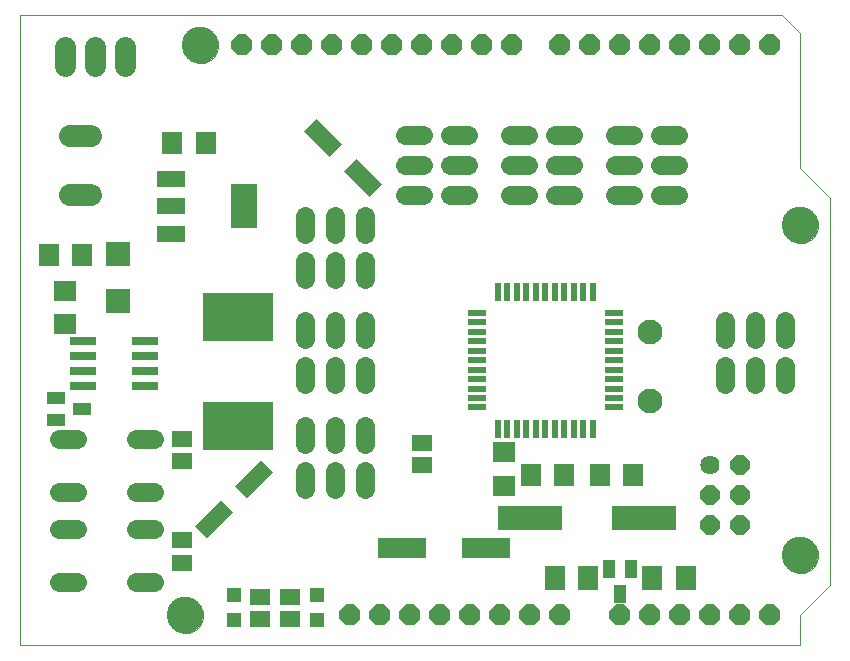
<source format=gts>
G75*
G70*
%OFA0B0*%
%FSLAX24Y24*%
%IPPOS*%
%LPD*%
%AMOC8*
5,1,8,0,0,1.08239X$1,22.5*
%
%ADD10C,0.0000*%
%ADD11C,0.1221*%
%ADD12R,0.2140X0.0800*%
%ADD13C,0.0640*%
%ADD14R,0.0237X0.0631*%
%ADD15R,0.0631X0.0237*%
%ADD16R,0.0670X0.0749*%
%ADD17R,0.0749X0.0670*%
%ADD18OC8,0.0700*%
%ADD19R,0.0670X0.0827*%
%ADD20R,0.0512X0.0512*%
%ADD21R,0.0670X0.0552*%
%ADD22R,0.0910X0.0280*%
%ADD23C,0.0827*%
%ADD24R,0.0827X0.0827*%
%ADD25C,0.0640*%
%ADD26OC8,0.0640*%
%ADD27R,0.1221X0.0591*%
%ADD28R,0.2339X0.1591*%
%ADD29C,0.0745*%
%ADD30R,0.0920X0.0520*%
%ADD31R,0.0906X0.1457*%
%ADD32R,0.0591X0.0434*%
%ADD33R,0.0434X0.0591*%
%ADD34R,0.1615X0.0670*%
%ADD35C,0.0690*%
D10*
X000500Y000500D02*
X000500Y021500D01*
X025900Y021500D01*
X026500Y020900D01*
X026500Y016400D01*
X027500Y015400D01*
X027500Y002500D01*
X026500Y001500D01*
X026500Y000500D01*
X000500Y000500D01*
X005409Y001500D02*
X005411Y001548D01*
X005417Y001596D01*
X005427Y001643D01*
X005440Y001689D01*
X005458Y001734D01*
X005478Y001778D01*
X005503Y001820D01*
X005531Y001859D01*
X005561Y001896D01*
X005595Y001930D01*
X005632Y001962D01*
X005670Y001991D01*
X005711Y002016D01*
X005754Y002038D01*
X005799Y002056D01*
X005845Y002070D01*
X005892Y002081D01*
X005940Y002088D01*
X005988Y002091D01*
X006036Y002090D01*
X006084Y002085D01*
X006132Y002076D01*
X006178Y002064D01*
X006223Y002047D01*
X006267Y002027D01*
X006309Y002004D01*
X006349Y001977D01*
X006387Y001947D01*
X006422Y001914D01*
X006454Y001878D01*
X006484Y001840D01*
X006510Y001799D01*
X006532Y001756D01*
X006552Y001712D01*
X006567Y001667D01*
X006579Y001620D01*
X006587Y001572D01*
X006591Y001524D01*
X006591Y001476D01*
X006587Y001428D01*
X006579Y001380D01*
X006567Y001333D01*
X006552Y001288D01*
X006532Y001244D01*
X006510Y001201D01*
X006484Y001160D01*
X006454Y001122D01*
X006422Y001086D01*
X006387Y001053D01*
X006349Y001023D01*
X006309Y000996D01*
X006267Y000973D01*
X006223Y000953D01*
X006178Y000936D01*
X006132Y000924D01*
X006084Y000915D01*
X006036Y000910D01*
X005988Y000909D01*
X005940Y000912D01*
X005892Y000919D01*
X005845Y000930D01*
X005799Y000944D01*
X005754Y000962D01*
X005711Y000984D01*
X005670Y001009D01*
X005632Y001038D01*
X005595Y001070D01*
X005561Y001104D01*
X005531Y001141D01*
X005503Y001180D01*
X005478Y001222D01*
X005458Y001266D01*
X005440Y001311D01*
X005427Y001357D01*
X005417Y001404D01*
X005411Y001452D01*
X005409Y001500D01*
X025909Y003500D02*
X025911Y003548D01*
X025917Y003596D01*
X025927Y003643D01*
X025940Y003689D01*
X025958Y003734D01*
X025978Y003778D01*
X026003Y003820D01*
X026031Y003859D01*
X026061Y003896D01*
X026095Y003930D01*
X026132Y003962D01*
X026170Y003991D01*
X026211Y004016D01*
X026254Y004038D01*
X026299Y004056D01*
X026345Y004070D01*
X026392Y004081D01*
X026440Y004088D01*
X026488Y004091D01*
X026536Y004090D01*
X026584Y004085D01*
X026632Y004076D01*
X026678Y004064D01*
X026723Y004047D01*
X026767Y004027D01*
X026809Y004004D01*
X026849Y003977D01*
X026887Y003947D01*
X026922Y003914D01*
X026954Y003878D01*
X026984Y003840D01*
X027010Y003799D01*
X027032Y003756D01*
X027052Y003712D01*
X027067Y003667D01*
X027079Y003620D01*
X027087Y003572D01*
X027091Y003524D01*
X027091Y003476D01*
X027087Y003428D01*
X027079Y003380D01*
X027067Y003333D01*
X027052Y003288D01*
X027032Y003244D01*
X027010Y003201D01*
X026984Y003160D01*
X026954Y003122D01*
X026922Y003086D01*
X026887Y003053D01*
X026849Y003023D01*
X026809Y002996D01*
X026767Y002973D01*
X026723Y002953D01*
X026678Y002936D01*
X026632Y002924D01*
X026584Y002915D01*
X026536Y002910D01*
X026488Y002909D01*
X026440Y002912D01*
X026392Y002919D01*
X026345Y002930D01*
X026299Y002944D01*
X026254Y002962D01*
X026211Y002984D01*
X026170Y003009D01*
X026132Y003038D01*
X026095Y003070D01*
X026061Y003104D01*
X026031Y003141D01*
X026003Y003180D01*
X025978Y003222D01*
X025958Y003266D01*
X025940Y003311D01*
X025927Y003357D01*
X025917Y003404D01*
X025911Y003452D01*
X025909Y003500D01*
X025909Y014500D02*
X025911Y014548D01*
X025917Y014596D01*
X025927Y014643D01*
X025940Y014689D01*
X025958Y014734D01*
X025978Y014778D01*
X026003Y014820D01*
X026031Y014859D01*
X026061Y014896D01*
X026095Y014930D01*
X026132Y014962D01*
X026170Y014991D01*
X026211Y015016D01*
X026254Y015038D01*
X026299Y015056D01*
X026345Y015070D01*
X026392Y015081D01*
X026440Y015088D01*
X026488Y015091D01*
X026536Y015090D01*
X026584Y015085D01*
X026632Y015076D01*
X026678Y015064D01*
X026723Y015047D01*
X026767Y015027D01*
X026809Y015004D01*
X026849Y014977D01*
X026887Y014947D01*
X026922Y014914D01*
X026954Y014878D01*
X026984Y014840D01*
X027010Y014799D01*
X027032Y014756D01*
X027052Y014712D01*
X027067Y014667D01*
X027079Y014620D01*
X027087Y014572D01*
X027091Y014524D01*
X027091Y014476D01*
X027087Y014428D01*
X027079Y014380D01*
X027067Y014333D01*
X027052Y014288D01*
X027032Y014244D01*
X027010Y014201D01*
X026984Y014160D01*
X026954Y014122D01*
X026922Y014086D01*
X026887Y014053D01*
X026849Y014023D01*
X026809Y013996D01*
X026767Y013973D01*
X026723Y013953D01*
X026678Y013936D01*
X026632Y013924D01*
X026584Y013915D01*
X026536Y013910D01*
X026488Y013909D01*
X026440Y013912D01*
X026392Y013919D01*
X026345Y013930D01*
X026299Y013944D01*
X026254Y013962D01*
X026211Y013984D01*
X026170Y014009D01*
X026132Y014038D01*
X026095Y014070D01*
X026061Y014104D01*
X026031Y014141D01*
X026003Y014180D01*
X025978Y014222D01*
X025958Y014266D01*
X025940Y014311D01*
X025927Y014357D01*
X025917Y014404D01*
X025911Y014452D01*
X025909Y014500D01*
X005909Y020500D02*
X005911Y020548D01*
X005917Y020596D01*
X005927Y020643D01*
X005940Y020689D01*
X005958Y020734D01*
X005978Y020778D01*
X006003Y020820D01*
X006031Y020859D01*
X006061Y020896D01*
X006095Y020930D01*
X006132Y020962D01*
X006170Y020991D01*
X006211Y021016D01*
X006254Y021038D01*
X006299Y021056D01*
X006345Y021070D01*
X006392Y021081D01*
X006440Y021088D01*
X006488Y021091D01*
X006536Y021090D01*
X006584Y021085D01*
X006632Y021076D01*
X006678Y021064D01*
X006723Y021047D01*
X006767Y021027D01*
X006809Y021004D01*
X006849Y020977D01*
X006887Y020947D01*
X006922Y020914D01*
X006954Y020878D01*
X006984Y020840D01*
X007010Y020799D01*
X007032Y020756D01*
X007052Y020712D01*
X007067Y020667D01*
X007079Y020620D01*
X007087Y020572D01*
X007091Y020524D01*
X007091Y020476D01*
X007087Y020428D01*
X007079Y020380D01*
X007067Y020333D01*
X007052Y020288D01*
X007032Y020244D01*
X007010Y020201D01*
X006984Y020160D01*
X006954Y020122D01*
X006922Y020086D01*
X006887Y020053D01*
X006849Y020023D01*
X006809Y019996D01*
X006767Y019973D01*
X006723Y019953D01*
X006678Y019936D01*
X006632Y019924D01*
X006584Y019915D01*
X006536Y019910D01*
X006488Y019909D01*
X006440Y019912D01*
X006392Y019919D01*
X006345Y019930D01*
X006299Y019944D01*
X006254Y019962D01*
X006211Y019984D01*
X006170Y020009D01*
X006132Y020038D01*
X006095Y020070D01*
X006061Y020104D01*
X006031Y020141D01*
X006003Y020180D01*
X005978Y020222D01*
X005958Y020266D01*
X005940Y020311D01*
X005927Y020357D01*
X005917Y020404D01*
X005911Y020452D01*
X005909Y020500D01*
D11*
X006500Y020500D03*
X026500Y014500D03*
X026500Y003500D03*
X006000Y001500D03*
D12*
X017475Y004750D03*
X021275Y004750D03*
D13*
X024000Y009200D02*
X024000Y009800D01*
X024000Y010700D02*
X024000Y011300D01*
X025000Y011300D02*
X025000Y010700D01*
X025000Y009800D02*
X025000Y009200D01*
X026000Y009200D02*
X026000Y009800D01*
X026000Y010700D02*
X026000Y011300D01*
X022425Y015500D02*
X021825Y015500D01*
X020925Y015500D02*
X020325Y015500D01*
X020325Y016500D02*
X020925Y016500D01*
X021825Y016500D02*
X022425Y016500D01*
X022425Y017500D02*
X021825Y017500D01*
X020925Y017500D02*
X020325Y017500D01*
X018925Y017500D02*
X018325Y017500D01*
X017425Y017500D02*
X016825Y017500D01*
X016825Y016500D02*
X017425Y016500D01*
X018325Y016500D02*
X018925Y016500D01*
X018925Y015500D02*
X018325Y015500D01*
X017425Y015500D02*
X016825Y015500D01*
X015425Y015500D02*
X014825Y015500D01*
X013925Y015500D02*
X013325Y015500D01*
X013325Y016500D02*
X013925Y016500D01*
X014825Y016500D02*
X015425Y016500D01*
X015425Y017500D02*
X014825Y017500D01*
X013925Y017500D02*
X013325Y017500D01*
X012000Y014800D02*
X012000Y014200D01*
X012000Y013300D02*
X012000Y012700D01*
X011000Y012700D02*
X011000Y013300D01*
X010000Y013300D02*
X010000Y012700D01*
X010000Y011300D02*
X010000Y010700D01*
X011000Y010700D02*
X011000Y011300D01*
X012000Y011300D02*
X012000Y010700D01*
X012000Y009800D02*
X012000Y009200D01*
X011000Y009200D02*
X011000Y009800D01*
X010000Y009800D02*
X010000Y009200D01*
X010000Y007800D02*
X010000Y007200D01*
X011000Y007200D02*
X011000Y007800D01*
X012000Y007800D02*
X012000Y007200D01*
X012000Y006300D02*
X012000Y005700D01*
X011000Y005700D02*
X011000Y006300D01*
X010000Y006300D02*
X010000Y005700D01*
X004955Y005610D02*
X004355Y005610D01*
X004355Y004390D02*
X004955Y004390D01*
X004955Y002610D02*
X004355Y002610D01*
X002395Y002610D02*
X001795Y002610D01*
X001795Y004390D02*
X002395Y004390D01*
X002395Y005610D02*
X001795Y005610D01*
X001795Y007390D02*
X002395Y007390D01*
X004355Y007390D02*
X004955Y007390D01*
X010000Y014200D02*
X010000Y014800D01*
X011000Y014800D02*
X011000Y014200D01*
D14*
X016425Y012283D03*
X016740Y012283D03*
X017055Y012283D03*
X017370Y012283D03*
X017685Y012283D03*
X018000Y012283D03*
X018315Y012283D03*
X018630Y012283D03*
X018945Y012283D03*
X019260Y012283D03*
X019575Y012283D03*
X019575Y007717D03*
X019260Y007717D03*
X018945Y007717D03*
X018630Y007717D03*
X018315Y007717D03*
X018000Y007717D03*
X017685Y007717D03*
X017370Y007717D03*
X017055Y007717D03*
X016740Y007717D03*
X016425Y007717D03*
D15*
X015717Y008425D03*
X015717Y008740D03*
X015717Y009055D03*
X015717Y009370D03*
X015717Y009685D03*
X015717Y010000D03*
X015717Y010315D03*
X015717Y010630D03*
X015717Y010945D03*
X015717Y011260D03*
X015717Y011575D03*
X020283Y011575D03*
X020283Y011260D03*
X020283Y010945D03*
X020283Y010630D03*
X020283Y010315D03*
X020283Y010000D03*
X020283Y009685D03*
X020283Y009370D03*
X020283Y009055D03*
X020283Y008740D03*
X020283Y008425D03*
D16*
X019824Y006188D03*
X020926Y006188D03*
X018614Y006188D03*
X017511Y006188D03*
X006676Y017250D03*
X005574Y017250D03*
X002551Y013500D03*
X001449Y013500D03*
D17*
X002000Y012301D03*
X002000Y011199D03*
X016625Y006926D03*
X016625Y005824D03*
D18*
X016500Y001500D03*
X015500Y001500D03*
X014500Y001500D03*
X013500Y001500D03*
X012500Y001500D03*
X011500Y001500D03*
X017500Y001500D03*
X018500Y001500D03*
X020500Y001500D03*
X021500Y001500D03*
X022500Y001500D03*
X023500Y001500D03*
X024500Y001500D03*
X025500Y001500D03*
X025500Y020500D03*
X024500Y020500D03*
X023500Y020500D03*
X022500Y020500D03*
X021500Y020500D03*
X020500Y020500D03*
X019500Y020500D03*
X018500Y020500D03*
X016900Y020500D03*
X015900Y020500D03*
X014900Y020500D03*
X013900Y020500D03*
X012900Y020500D03*
X011900Y020500D03*
X010900Y020500D03*
X009900Y020500D03*
X008900Y020500D03*
X007900Y020500D03*
D19*
X018324Y002750D03*
X019426Y002750D03*
X021574Y002750D03*
X022676Y002750D03*
D20*
X010375Y002163D03*
X010375Y001337D03*
X007625Y001337D03*
X007625Y002163D03*
D21*
X008500Y002124D03*
X008500Y001376D03*
X009500Y001376D03*
X009500Y002124D03*
X005875Y003251D03*
X005875Y003999D03*
X005875Y006626D03*
X005875Y007374D03*
X013875Y007249D03*
X013875Y006501D03*
D22*
X004655Y009125D03*
X004655Y009625D03*
X004655Y010125D03*
X004655Y010625D03*
X002595Y010625D03*
X002595Y010125D03*
X002595Y009625D03*
X002595Y009125D03*
D23*
X021500Y008625D03*
X021500Y010938D03*
D24*
X003750Y011963D03*
X003750Y013537D03*
D25*
X023500Y006500D03*
D26*
X024500Y006500D03*
X024500Y005500D03*
X023500Y005500D03*
X023500Y004500D03*
X024500Y004500D03*
D27*
G36*
X012140Y015443D02*
X011279Y016304D01*
X011696Y016721D01*
X012557Y015860D01*
X012140Y015443D01*
G37*
G36*
X010804Y016779D02*
X009943Y017640D01*
X010360Y018057D01*
X011221Y017196D01*
X010804Y016779D01*
G37*
G36*
X008932Y006265D02*
X008071Y005404D01*
X007654Y005821D01*
X008515Y006682D01*
X008932Y006265D01*
G37*
G36*
X007596Y004929D02*
X006735Y004068D01*
X006318Y004485D01*
X007179Y005346D01*
X007596Y004929D01*
G37*
D28*
X007750Y007824D03*
X007750Y011426D03*
D29*
X002853Y015516D02*
X002148Y015516D01*
X002148Y017484D02*
X002853Y017484D01*
D30*
X005530Y016035D03*
X005530Y015125D03*
X005530Y014215D03*
D31*
X007970Y015125D03*
D32*
X001692Y008749D03*
X001692Y008001D03*
X002558Y008375D03*
D33*
X020126Y003058D03*
X020874Y003058D03*
X020500Y002192D03*
D34*
X016023Y003750D03*
X013227Y003750D03*
D35*
X004000Y019800D02*
X004000Y020450D01*
X003000Y020450D02*
X003000Y019800D01*
X002000Y019800D02*
X002000Y020450D01*
M02*

</source>
